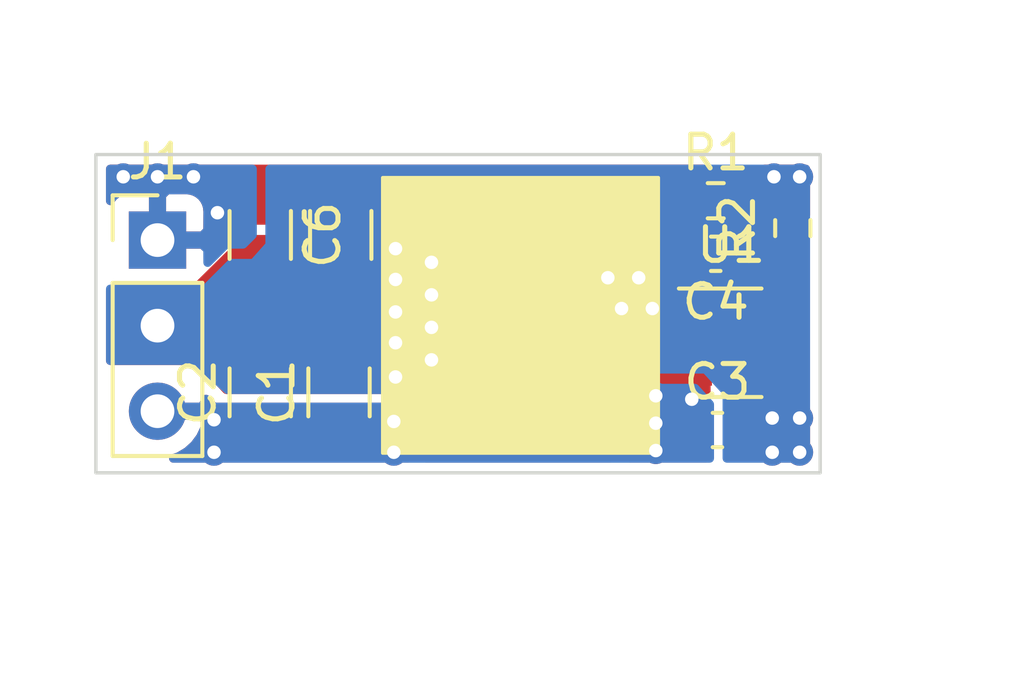
<source format=kicad_pcb>
(kicad_pcb (version 20171130) (host pcbnew "(5.1.8-0-10_14)")

  (general
    (thickness 1.6)
    (drawings 3)
    (tracks 49)
    (zones 0)
    (modules 11)
    (nets 7)
  )

  (page A4)
  (layers
    (0 F.Cu signal)
    (31 B.Cu signal)
    (32 B.Adhes user)
    (33 F.Adhes user)
    (34 B.Paste user)
    (35 F.Paste user)
    (36 B.SilkS user)
    (37 F.SilkS user)
    (38 B.Mask user)
    (39 F.Mask user)
    (40 Dwgs.User user)
    (41 Cmts.User user)
    (42 Eco1.User user)
    (43 Eco2.User user)
    (44 Edge.Cuts user)
    (45 Margin user)
    (46 B.CrtYd user)
    (47 F.CrtYd user)
    (48 B.Fab user)
    (49 F.Fab user)
  )

  (setup
    (last_trace_width 0.25)
    (user_trace_width 0.25)
    (user_trace_width 0.5)
    (trace_clearance 0.2)
    (zone_clearance 0.25)
    (zone_45_only no)
    (trace_min 0.2)
    (via_size 0.8)
    (via_drill 0.4)
    (via_min_size 0.4)
    (via_min_drill 0.3)
    (uvia_size 0.3)
    (uvia_drill 0.1)
    (uvias_allowed no)
    (uvia_min_size 0.2)
    (uvia_min_drill 0.1)
    (edge_width 0.05)
    (segment_width 0.2)
    (pcb_text_width 0.3)
    (pcb_text_size 1.5 1.5)
    (mod_edge_width 0.12)
    (mod_text_size 1 1)
    (mod_text_width 0.15)
    (pad_size 1.524 1.524)
    (pad_drill 0.762)
    (pad_to_mask_clearance 0)
    (aux_axis_origin 0 0)
    (visible_elements FFFFFF7F)
    (pcbplotparams
      (layerselection 0x010fc_ffffffff)
      (usegerberextensions false)
      (usegerberattributes true)
      (usegerberadvancedattributes true)
      (creategerberjobfile true)
      (excludeedgelayer true)
      (linewidth 0.100000)
      (plotframeref false)
      (viasonmask false)
      (mode 1)
      (useauxorigin false)
      (hpglpennumber 1)
      (hpglpenspeed 20)
      (hpglpendiameter 15.000000)
      (psnegative false)
      (psa4output false)
      (plotreference true)
      (plotvalue true)
      (plotinvisibletext false)
      (padsonsilk false)
      (subtractmaskfromsilk false)
      (outputformat 1)
      (mirror false)
      (drillshape 1)
      (scaleselection 1)
      (outputdirectory ""))
  )

  (net 0 "")
  (net 1 "Net-(C4-Pad2)")
  (net 2 "Net-(C4-Pad1)")
  (net 3 "Net-(R1-Pad2)")
  (net 4 GND)
  (net 5 +BATT)
  (net 6 +5V)

  (net_class Default "This is the default net class."
    (clearance 0.2)
    (trace_width 0.25)
    (via_dia 0.8)
    (via_drill 0.4)
    (uvia_dia 0.3)
    (uvia_drill 0.1)
    (add_net +5V)
    (add_net +BATT)
    (add_net GND)
    (add_net "Net-(C4-Pad1)")
    (add_net "Net-(C4-Pad2)")
    (add_net "Net-(R1-Pad2)")
  )

  (module Connector_PinHeader_2.54mm:PinHeader_1x03_P2.54mm_Vertical (layer F.Cu) (tedit 59FED5CC) (tstamp 5FE09A7A)
    (at 130.1496 78.5368)
    (descr "Through hole straight pin header, 1x03, 2.54mm pitch, single row")
    (tags "Through hole pin header THT 1x03 2.54mm single row")
    (path /5FE0C0AF)
    (fp_text reference J1 (at 0 -2.33) (layer F.SilkS)
      (effects (font (size 1 1) (thickness 0.15)))
    )
    (fp_text value Conn_01x02 (at 0 7.41) (layer F.Fab)
      (effects (font (size 1 1) (thickness 0.15)))
    )
    (fp_text user %R (at 0 2.54 90) (layer F.Fab)
      (effects (font (size 1 1) (thickness 0.15)))
    )
    (fp_line (start -0.635 -1.27) (end 1.27 -1.27) (layer F.Fab) (width 0.1))
    (fp_line (start 1.27 -1.27) (end 1.27 6.35) (layer F.Fab) (width 0.1))
    (fp_line (start 1.27 6.35) (end -1.27 6.35) (layer F.Fab) (width 0.1))
    (fp_line (start -1.27 6.35) (end -1.27 -0.635) (layer F.Fab) (width 0.1))
    (fp_line (start -1.27 -0.635) (end -0.635 -1.27) (layer F.Fab) (width 0.1))
    (fp_line (start -1.33 6.41) (end 1.33 6.41) (layer F.SilkS) (width 0.12))
    (fp_line (start -1.33 1.27) (end -1.33 6.41) (layer F.SilkS) (width 0.12))
    (fp_line (start 1.33 1.27) (end 1.33 6.41) (layer F.SilkS) (width 0.12))
    (fp_line (start -1.33 1.27) (end 1.33 1.27) (layer F.SilkS) (width 0.12))
    (fp_line (start -1.33 0) (end -1.33 -1.33) (layer F.SilkS) (width 0.12))
    (fp_line (start -1.33 -1.33) (end 0 -1.33) (layer F.SilkS) (width 0.12))
    (fp_line (start -1.8 -1.8) (end -1.8 6.85) (layer F.CrtYd) (width 0.05))
    (fp_line (start -1.8 6.85) (end 1.8 6.85) (layer F.CrtYd) (width 0.05))
    (fp_line (start 1.8 6.85) (end 1.8 -1.8) (layer F.CrtYd) (width 0.05))
    (fp_line (start 1.8 -1.8) (end -1.8 -1.8) (layer F.CrtYd) (width 0.05))
    (pad 3 thru_hole oval (at 0 5.08) (size 1.7 1.7) (drill 1) (layers *.Cu *.Mask)
      (net 5 +BATT))
    (pad 2 thru_hole oval (at 0 2.54) (size 1.7 1.7) (drill 1) (layers *.Cu *.Mask)
      (net 4 GND))
    (pad 1 thru_hole rect (at 0 0) (size 1.7 1.7) (drill 1) (layers *.Cu *.Mask)
      (net 6 +5V))
    (model ${KISYS3DMOD}/Connector_PinHeader_2.54mm.3dshapes/PinHeader_1x03_P2.54mm_Vertical.wrl
      (at (xyz 0 0 0))
      (scale (xyz 1 1 1))
      (rotate (xyz 0 0 0))
    )
  )

  (module Package_TO_SOT_SMD:SOT-23-6 (layer F.Cu) (tedit 5A02FF57) (tstamp 5FE0429F)
    (at 147.1676 81.5848)
    (descr "6-pin SOT-23 package")
    (tags SOT-23-6)
    (path /5FDFB5FA)
    (attr smd)
    (fp_text reference U1 (at 0 -2.9) (layer F.SilkS)
      (effects (font (size 1 1) (thickness 0.15)))
    )
    (fp_text value TPS565208 (at 0 2.9) (layer F.Fab)
      (effects (font (size 1 1) (thickness 0.15)))
    )
    (fp_line (start 0.9 -1.55) (end 0.9 1.55) (layer F.Fab) (width 0.1))
    (fp_line (start 0.9 1.55) (end -0.9 1.55) (layer F.Fab) (width 0.1))
    (fp_line (start -0.9 -0.9) (end -0.9 1.55) (layer F.Fab) (width 0.1))
    (fp_line (start 0.9 -1.55) (end -0.25 -1.55) (layer F.Fab) (width 0.1))
    (fp_line (start -0.9 -0.9) (end -0.25 -1.55) (layer F.Fab) (width 0.1))
    (fp_line (start -1.9 -1.8) (end -1.9 1.8) (layer F.CrtYd) (width 0.05))
    (fp_line (start -1.9 1.8) (end 1.9 1.8) (layer F.CrtYd) (width 0.05))
    (fp_line (start 1.9 1.8) (end 1.9 -1.8) (layer F.CrtYd) (width 0.05))
    (fp_line (start 1.9 -1.8) (end -1.9 -1.8) (layer F.CrtYd) (width 0.05))
    (fp_line (start 0.9 -1.61) (end -1.55 -1.61) (layer F.SilkS) (width 0.12))
    (fp_line (start -0.9 1.61) (end 0.9 1.61) (layer F.SilkS) (width 0.12))
    (fp_text user %R (at 0 0 180) (layer F.Fab)
      (effects (font (size 0.5 0.5) (thickness 0.075)))
    )
    (pad 5 smd rect (at 1.1 0) (size 1.06 0.65) (layers F.Cu F.Paste F.Mask)
      (net 5 +BATT))
    (pad 6 smd rect (at 1.1 -0.95) (size 1.06 0.65) (layers F.Cu F.Paste F.Mask)
      (net 2 "Net-(C4-Pad1)"))
    (pad 4 smd rect (at 1.1 0.95) (size 1.06 0.65) (layers F.Cu F.Paste F.Mask)
      (net 3 "Net-(R1-Pad2)"))
    (pad 3 smd rect (at -1.1 0.95) (size 1.06 0.65) (layers F.Cu F.Paste F.Mask)
      (net 5 +BATT))
    (pad 2 smd rect (at -1.1 0) (size 1.06 0.65) (layers F.Cu F.Paste F.Mask)
      (net 1 "Net-(C4-Pad2)"))
    (pad 1 smd rect (at -1.1 -0.95) (size 1.06 0.65) (layers F.Cu F.Paste F.Mask)
      (net 4 GND))
    (model ${KISYS3DMOD}/Package_TO_SOT_SMD.3dshapes/SOT-23-6.wrl
      (at (xyz 0 0 0))
      (scale (xyz 1 1 1))
      (rotate (xyz 0 0 0))
    )
  )

  (module Resistor_SMD:R_0603_1608Metric (layer F.Cu) (tedit 5F68FEEE) (tstamp 5FE0982D)
    (at 148.9964 78.1812 90)
    (descr "Resistor SMD 0603 (1608 Metric), square (rectangular) end terminal, IPC_7351 nominal, (Body size source: IPC-SM-782 page 72, https://www.pcb-3d.com/wordpress/wp-content/uploads/ipc-sm-782a_amendment_1_and_2.pdf), generated with kicad-footprint-generator")
    (tags resistor)
    (path /5FE100F4)
    (attr smd)
    (fp_text reference R2 (at 0 -1.651 90) (layer F.SilkS)
      (effects (font (size 1 1) (thickness 0.15)))
    )
    (fp_text value 10kOhm (at 0 1.43 90) (layer F.Fab)
      (effects (font (size 1 1) (thickness 0.15)))
    )
    (fp_line (start 1.48 0.73) (end -1.48 0.73) (layer F.CrtYd) (width 0.05))
    (fp_line (start 1.48 -0.73) (end 1.48 0.73) (layer F.CrtYd) (width 0.05))
    (fp_line (start -1.48 -0.73) (end 1.48 -0.73) (layer F.CrtYd) (width 0.05))
    (fp_line (start -1.48 0.73) (end -1.48 -0.73) (layer F.CrtYd) (width 0.05))
    (fp_line (start -0.237258 0.5225) (end 0.237258 0.5225) (layer F.SilkS) (width 0.12))
    (fp_line (start -0.237258 -0.5225) (end 0.237258 -0.5225) (layer F.SilkS) (width 0.12))
    (fp_line (start 0.8 0.4125) (end -0.8 0.4125) (layer F.Fab) (width 0.1))
    (fp_line (start 0.8 -0.4125) (end 0.8 0.4125) (layer F.Fab) (width 0.1))
    (fp_line (start -0.8 -0.4125) (end 0.8 -0.4125) (layer F.Fab) (width 0.1))
    (fp_line (start -0.8 0.4125) (end -0.8 -0.4125) (layer F.Fab) (width 0.1))
    (fp_text user %R (at 0 0 90) (layer F.Fab)
      (effects (font (size 0.4 0.4) (thickness 0.06)))
    )
    (pad 2 smd roundrect (at 0.825 0 90) (size 0.8 0.95) (layers F.Cu F.Paste F.Mask) (roundrect_rratio 0.25)
      (net 4 GND))
    (pad 1 smd roundrect (at -0.825 0 90) (size 0.8 0.95) (layers F.Cu F.Paste F.Mask) (roundrect_rratio 0.25)
      (net 3 "Net-(R1-Pad2)"))
    (model ${KISYS3DMOD}/Resistor_SMD.3dshapes/R_0603_1608Metric.wrl
      (at (xyz 0 0 0))
      (scale (xyz 1 1 1))
      (rotate (xyz 0 0 0))
    )
  )

  (module Resistor_SMD:R_0603_1608Metric (layer F.Cu) (tedit 5F68FEEE) (tstamp 5FE04278)
    (at 146.7104 77.3684)
    (descr "Resistor SMD 0603 (1608 Metric), square (rectangular) end terminal, IPC_7351 nominal, (Body size source: IPC-SM-782 page 72, https://www.pcb-3d.com/wordpress/wp-content/uploads/ipc-sm-782a_amendment_1_and_2.pdf), generated with kicad-footprint-generator")
    (tags resistor)
    (path /5FE10C6F)
    (attr smd)
    (fp_text reference R1 (at 0 -1.43) (layer F.SilkS)
      (effects (font (size 1 1) (thickness 0.15)))
    )
    (fp_text value 54.9kOhm (at 0 1.43) (layer F.Fab)
      (effects (font (size 1 1) (thickness 0.15)))
    )
    (fp_line (start 1.48 0.73) (end -1.48 0.73) (layer F.CrtYd) (width 0.05))
    (fp_line (start 1.48 -0.73) (end 1.48 0.73) (layer F.CrtYd) (width 0.05))
    (fp_line (start -1.48 -0.73) (end 1.48 -0.73) (layer F.CrtYd) (width 0.05))
    (fp_line (start -1.48 0.73) (end -1.48 -0.73) (layer F.CrtYd) (width 0.05))
    (fp_line (start -0.237258 0.5225) (end 0.237258 0.5225) (layer F.SilkS) (width 0.12))
    (fp_line (start -0.237258 -0.5225) (end 0.237258 -0.5225) (layer F.SilkS) (width 0.12))
    (fp_line (start 0.8 0.4125) (end -0.8 0.4125) (layer F.Fab) (width 0.1))
    (fp_line (start 0.8 -0.4125) (end 0.8 0.4125) (layer F.Fab) (width 0.1))
    (fp_line (start -0.8 -0.4125) (end 0.8 -0.4125) (layer F.Fab) (width 0.1))
    (fp_line (start -0.8 0.4125) (end -0.8 -0.4125) (layer F.Fab) (width 0.1))
    (fp_text user %R (at 0 0) (layer F.Fab)
      (effects (font (size 0.4 0.4) (thickness 0.06)))
    )
    (pad 2 smd roundrect (at 0.825 0) (size 0.8 0.95) (layers F.Cu F.Paste F.Mask) (roundrect_rratio 0.25)
      (net 3 "Net-(R1-Pad2)"))
    (pad 1 smd roundrect (at -0.825 0) (size 0.8 0.95) (layers F.Cu F.Paste F.Mask) (roundrect_rratio 0.25)
      (net 6 +5V))
    (model ${KISYS3DMOD}/Resistor_SMD.3dshapes/R_0603_1608Metric.wrl
      (at (xyz 0 0 0))
      (scale (xyz 1 1 1))
      (rotate (xyz 0 0 0))
    )
  )

  (module Inductor_SMD:L_Vishay_IHLP-3232 (layer F.Cu) (tedit 5FDFEC1B) (tstamp 5FE09612)
    (at 140.9192 80.772 90)
    (path /5FE064D3)
    (attr smd)
    (fp_text reference L1 (at 0 0.5 90) (layer F.SilkS)
      (effects (font (size 1 1) (thickness 0.15)))
    )
    (fp_text value "3.3uH, 17.7.mOhm, 9.2A" (at 0 -0.5 90) (layer F.Fab)
      (effects (font (size 1 1) (thickness 0.15)))
    )
    (fp_poly (pts (xy 4.0894 4.0894) (xy -4.0894 4.0894) (xy -4.0894 -4.0894) (xy 4.0894 -4.0894)) (layer F.SilkS) (width 0.1))
    (pad 2 smd rect (at 3.634 0 90) (size 1.372 5.08) (layers F.Cu F.Paste F.Mask)
      (net 6 +5V))
    (pad 1 smd rect (at -3.634 0 90) (size 1.372 5.08) (layers F.Cu F.Paste F.Mask)
      (net 1 "Net-(C4-Pad2)"))
  )

  (module Capacitor_SMD:C_1206_3216Metric (layer F.Cu) (tedit 5F68FEEE) (tstamp 5FE09E77)
    (at 133.1976 78.3844 270)
    (descr "Capacitor SMD 1206 (3216 Metric), square (rectangular) end terminal, IPC_7351 nominal, (Body size source: IPC-SM-782 page 76, https://www.pcb-3d.com/wordpress/wp-content/uploads/ipc-sm-782a_amendment_1_and_2.pdf), generated with kicad-footprint-generator")
    (tags capacitor)
    (path /5FDFF406)
    (attr smd)
    (fp_text reference C6 (at 0 -1.85 90) (layer F.SilkS)
      (effects (font (size 1 1) (thickness 0.15)))
    )
    (fp_text value 22uF (at 0 1.85 90) (layer F.Fab)
      (effects (font (size 1 1) (thickness 0.15)))
    )
    (fp_line (start 2.3 1.15) (end -2.3 1.15) (layer F.CrtYd) (width 0.05))
    (fp_line (start 2.3 -1.15) (end 2.3 1.15) (layer F.CrtYd) (width 0.05))
    (fp_line (start -2.3 -1.15) (end 2.3 -1.15) (layer F.CrtYd) (width 0.05))
    (fp_line (start -2.3 1.15) (end -2.3 -1.15) (layer F.CrtYd) (width 0.05))
    (fp_line (start -0.711252 0.91) (end 0.711252 0.91) (layer F.SilkS) (width 0.12))
    (fp_line (start -0.711252 -0.91) (end 0.711252 -0.91) (layer F.SilkS) (width 0.12))
    (fp_line (start 1.6 0.8) (end -1.6 0.8) (layer F.Fab) (width 0.1))
    (fp_line (start 1.6 -0.8) (end 1.6 0.8) (layer F.Fab) (width 0.1))
    (fp_line (start -1.6 -0.8) (end 1.6 -0.8) (layer F.Fab) (width 0.1))
    (fp_line (start -1.6 0.8) (end -1.6 -0.8) (layer F.Fab) (width 0.1))
    (fp_text user %R (at 0 0 90) (layer F.Fab)
      (effects (font (size 0.8 0.8) (thickness 0.12)))
    )
    (pad 2 smd roundrect (at 1.475 0 270) (size 1.15 1.8) (layers F.Cu F.Paste F.Mask) (roundrect_rratio 0.217391)
      (net 4 GND))
    (pad 1 smd roundrect (at -1.475 0 270) (size 1.15 1.8) (layers F.Cu F.Paste F.Mask) (roundrect_rratio 0.217391)
      (net 6 +5V))
    (model ${KISYS3DMOD}/Capacitor_SMD.3dshapes/C_1206_3216Metric.wrl
      (at (xyz 0 0 0))
      (scale (xyz 1 1 1))
      (rotate (xyz 0 0 0))
    )
  )

  (module Capacitor_SMD:C_1206_3216Metric (layer F.Cu) (tedit 5F68FEEE) (tstamp 5FE09EF9)
    (at 135.5852 78.3844 270)
    (descr "Capacitor SMD 1206 (3216 Metric), square (rectangular) end terminal, IPC_7351 nominal, (Body size source: IPC-SM-782 page 76, https://www.pcb-3d.com/wordpress/wp-content/uploads/ipc-sm-782a_amendment_1_and_2.pdf), generated with kicad-footprint-generator")
    (tags capacitor)
    (path /5FE00823)
    (attr smd)
    (fp_text reference C5 (at 0 -1.85 90) (layer F.SilkS)
      (effects (font (size 1 1) (thickness 0.15)))
    )
    (fp_text value 22uF (at 0 1.85 90) (layer F.Fab)
      (effects (font (size 1 1) (thickness 0.15)))
    )
    (fp_line (start 2.3 1.15) (end -2.3 1.15) (layer F.CrtYd) (width 0.05))
    (fp_line (start 2.3 -1.15) (end 2.3 1.15) (layer F.CrtYd) (width 0.05))
    (fp_line (start -2.3 -1.15) (end 2.3 -1.15) (layer F.CrtYd) (width 0.05))
    (fp_line (start -2.3 1.15) (end -2.3 -1.15) (layer F.CrtYd) (width 0.05))
    (fp_line (start -0.711252 0.91) (end 0.711252 0.91) (layer F.SilkS) (width 0.12))
    (fp_line (start -0.711252 -0.91) (end 0.711252 -0.91) (layer F.SilkS) (width 0.12))
    (fp_line (start 1.6 0.8) (end -1.6 0.8) (layer F.Fab) (width 0.1))
    (fp_line (start 1.6 -0.8) (end 1.6 0.8) (layer F.Fab) (width 0.1))
    (fp_line (start -1.6 -0.8) (end 1.6 -0.8) (layer F.Fab) (width 0.1))
    (fp_line (start -1.6 0.8) (end -1.6 -0.8) (layer F.Fab) (width 0.1))
    (fp_text user %R (at 0 0 90) (layer F.Fab)
      (effects (font (size 0.8 0.8) (thickness 0.12)))
    )
    (pad 2 smd roundrect (at 1.475 0 270) (size 1.15 1.8) (layers F.Cu F.Paste F.Mask) (roundrect_rratio 0.217391)
      (net 4 GND))
    (pad 1 smd roundrect (at -1.475 0 270) (size 1.15 1.8) (layers F.Cu F.Paste F.Mask) (roundrect_rratio 0.217391)
      (net 6 +5V))
    (model ${KISYS3DMOD}/Capacitor_SMD.3dshapes/C_1206_3216Metric.wrl
      (at (xyz 0 0 0))
      (scale (xyz 1 1 1))
      (rotate (xyz 0 0 0))
    )
  )

  (module Capacitor_SMD:C_0603_1608Metric (layer F.Cu) (tedit 5F68FEEE) (tstamp 5FE3448E)
    (at 146.7104 78.9432 180)
    (descr "Capacitor SMD 0603 (1608 Metric), square (rectangular) end terminal, IPC_7351 nominal, (Body size source: IPC-SM-782 page 76, https://www.pcb-3d.com/wordpress/wp-content/uploads/ipc-sm-782a_amendment_1_and_2.pdf), generated with kicad-footprint-generator")
    (tags capacitor)
    (path /5FE01292)
    (attr smd)
    (fp_text reference C4 (at 0 -1.43) (layer F.SilkS)
      (effects (font (size 1 1) (thickness 0.15)))
    )
    (fp_text value 100nF (at 0 1.4224) (layer F.Fab)
      (effects (font (size 1 1) (thickness 0.15)))
    )
    (fp_line (start 1.48 0.73) (end -1.48 0.73) (layer F.CrtYd) (width 0.05))
    (fp_line (start 1.48 -0.73) (end 1.48 0.73) (layer F.CrtYd) (width 0.05))
    (fp_line (start -1.48 -0.73) (end 1.48 -0.73) (layer F.CrtYd) (width 0.05))
    (fp_line (start -1.48 0.73) (end -1.48 -0.73) (layer F.CrtYd) (width 0.05))
    (fp_line (start -0.14058 0.51) (end 0.14058 0.51) (layer F.SilkS) (width 0.12))
    (fp_line (start -0.14058 -0.51) (end 0.14058 -0.51) (layer F.SilkS) (width 0.12))
    (fp_line (start 0.8 0.4) (end -0.8 0.4) (layer F.Fab) (width 0.1))
    (fp_line (start 0.8 -0.4) (end 0.8 0.4) (layer F.Fab) (width 0.1))
    (fp_line (start -0.8 -0.4) (end 0.8 -0.4) (layer F.Fab) (width 0.1))
    (fp_line (start -0.8 0.4) (end -0.8 -0.4) (layer F.Fab) (width 0.1))
    (fp_text user %R (at 0 0) (layer F.Fab)
      (effects (font (size 0.4 0.4) (thickness 0.06)))
    )
    (pad 2 smd roundrect (at 0.775 0 180) (size 0.9 0.95) (layers F.Cu F.Paste F.Mask) (roundrect_rratio 0.25)
      (net 1 "Net-(C4-Pad2)"))
    (pad 1 smd roundrect (at -0.775 0 180) (size 0.9 0.95) (layers F.Cu F.Paste F.Mask) (roundrect_rratio 0.25)
      (net 2 "Net-(C4-Pad1)"))
    (model ${KISYS3DMOD}/Capacitor_SMD.3dshapes/C_0603_1608Metric.wrl
      (at (xyz 0 0 0))
      (scale (xyz 1 1 1))
      (rotate (xyz 0 0 0))
    )
  )

  (module Capacitor_SMD:C_0603_1608Metric (layer F.Cu) (tedit 5F68FEEE) (tstamp 5FE04702)
    (at 146.7612 84.1756)
    (descr "Capacitor SMD 0603 (1608 Metric), square (rectangular) end terminal, IPC_7351 nominal, (Body size source: IPC-SM-782 page 76, https://www.pcb-3d.com/wordpress/wp-content/uploads/ipc-sm-782a_amendment_1_and_2.pdf), generated with kicad-footprint-generator")
    (tags capacitor)
    (path /5FDFEC02)
    (attr smd)
    (fp_text reference C3 (at 0 -1.43) (layer F.SilkS)
      (effects (font (size 1 1) (thickness 0.15)))
    )
    (fp_text value 100nF (at 0 1.43) (layer F.Fab)
      (effects (font (size 1 1) (thickness 0.15)))
    )
    (fp_line (start 1.48 0.73) (end -1.48 0.73) (layer F.CrtYd) (width 0.05))
    (fp_line (start 1.48 -0.73) (end 1.48 0.73) (layer F.CrtYd) (width 0.05))
    (fp_line (start -1.48 -0.73) (end 1.48 -0.73) (layer F.CrtYd) (width 0.05))
    (fp_line (start -1.48 0.73) (end -1.48 -0.73) (layer F.CrtYd) (width 0.05))
    (fp_line (start -0.14058 0.51) (end 0.14058 0.51) (layer F.SilkS) (width 0.12))
    (fp_line (start -0.14058 -0.51) (end 0.14058 -0.51) (layer F.SilkS) (width 0.12))
    (fp_line (start 0.8 0.4) (end -0.8 0.4) (layer F.Fab) (width 0.1))
    (fp_line (start 0.8 -0.4) (end 0.8 0.4) (layer F.Fab) (width 0.1))
    (fp_line (start -0.8 -0.4) (end 0.8 -0.4) (layer F.Fab) (width 0.1))
    (fp_line (start -0.8 0.4) (end -0.8 -0.4) (layer F.Fab) (width 0.1))
    (fp_text user %R (at 0 0) (layer F.Fab)
      (effects (font (size 0.4 0.4) (thickness 0.06)))
    )
    (pad 2 smd roundrect (at 0.775 0) (size 0.9 0.95) (layers F.Cu F.Paste F.Mask) (roundrect_rratio 0.25)
      (net 4 GND))
    (pad 1 smd roundrect (at -0.775 0) (size 0.9 0.95) (layers F.Cu F.Paste F.Mask) (roundrect_rratio 0.25)
      (net 5 +BATT))
    (model ${KISYS3DMOD}/Capacitor_SMD.3dshapes/C_0603_1608Metric.wrl
      (at (xyz 0 0 0))
      (scale (xyz 1 1 1))
      (rotate (xyz 0 0 0))
    )
  )

  (module Capacitor_SMD:C_1206_3216Metric (layer F.Cu) (tedit 5F68FEEE) (tstamp 5FE3429F)
    (at 133.1976 83.058 90)
    (descr "Capacitor SMD 1206 (3216 Metric), square (rectangular) end terminal, IPC_7351 nominal, (Body size source: IPC-SM-782 page 76, https://www.pcb-3d.com/wordpress/wp-content/uploads/ipc-sm-782a_amendment_1_and_2.pdf), generated with kicad-footprint-generator")
    (tags capacitor)
    (path /5FDFE597)
    (attr smd)
    (fp_text reference C2 (at 0 -1.85 90) (layer F.SilkS)
      (effects (font (size 1 1) (thickness 0.15)))
    )
    (fp_text value 10uF (at 0 1.85 90) (layer F.Fab)
      (effects (font (size 1 1) (thickness 0.15)))
    )
    (fp_line (start 2.3 1.15) (end -2.3 1.15) (layer F.CrtYd) (width 0.05))
    (fp_line (start 2.3 -1.15) (end 2.3 1.15) (layer F.CrtYd) (width 0.05))
    (fp_line (start -2.3 -1.15) (end 2.3 -1.15) (layer F.CrtYd) (width 0.05))
    (fp_line (start -2.3 1.15) (end -2.3 -1.15) (layer F.CrtYd) (width 0.05))
    (fp_line (start -0.711252 0.91) (end 0.711252 0.91) (layer F.SilkS) (width 0.12))
    (fp_line (start -0.711252 -0.91) (end 0.711252 -0.91) (layer F.SilkS) (width 0.12))
    (fp_line (start 1.6 0.8) (end -1.6 0.8) (layer F.Fab) (width 0.1))
    (fp_line (start 1.6 -0.8) (end 1.6 0.8) (layer F.Fab) (width 0.1))
    (fp_line (start -1.6 -0.8) (end 1.6 -0.8) (layer F.Fab) (width 0.1))
    (fp_line (start -1.6 0.8) (end -1.6 -0.8) (layer F.Fab) (width 0.1))
    (fp_text user %R (at 0 0 90) (layer F.Fab)
      (effects (font (size 0.8 0.8) (thickness 0.12)))
    )
    (pad 2 smd roundrect (at 1.475 0 90) (size 1.15 1.8) (layers F.Cu F.Paste F.Mask) (roundrect_rratio 0.217391)
      (net 4 GND))
    (pad 1 smd roundrect (at -1.475 0 90) (size 1.15 1.8) (layers F.Cu F.Paste F.Mask) (roundrect_rratio 0.217391)
      (net 5 +BATT))
    (model ${KISYS3DMOD}/Capacitor_SMD.3dshapes/C_1206_3216Metric.wrl
      (at (xyz 0 0 0))
      (scale (xyz 1 1 1))
      (rotate (xyz 0 0 0))
    )
  )

  (module Capacitor_SMD:C_1206_3216Metric (layer F.Cu) (tedit 5F68FEEE) (tstamp 5FE09A05)
    (at 135.5344 83.058 90)
    (descr "Capacitor SMD 1206 (3216 Metric), square (rectangular) end terminal, IPC_7351 nominal, (Body size source: IPC-SM-782 page 76, https://www.pcb-3d.com/wordpress/wp-content/uploads/ipc-sm-782a_amendment_1_and_2.pdf), generated with kicad-footprint-generator")
    (tags capacitor)
    (path /5FDFCF37)
    (attr smd)
    (fp_text reference C1 (at 0 -1.85 90) (layer F.SilkS)
      (effects (font (size 1 1) (thickness 0.15)))
    )
    (fp_text value 10uF (at 0 1.85 90) (layer F.Fab)
      (effects (font (size 1 1) (thickness 0.15)))
    )
    (fp_line (start 2.3 1.15) (end -2.3 1.15) (layer F.CrtYd) (width 0.05))
    (fp_line (start 2.3 -1.15) (end 2.3 1.15) (layer F.CrtYd) (width 0.05))
    (fp_line (start -2.3 -1.15) (end 2.3 -1.15) (layer F.CrtYd) (width 0.05))
    (fp_line (start -2.3 1.15) (end -2.3 -1.15) (layer F.CrtYd) (width 0.05))
    (fp_line (start -0.711252 0.91) (end 0.711252 0.91) (layer F.SilkS) (width 0.12))
    (fp_line (start -0.711252 -0.91) (end 0.711252 -0.91) (layer F.SilkS) (width 0.12))
    (fp_line (start 1.6 0.8) (end -1.6 0.8) (layer F.Fab) (width 0.1))
    (fp_line (start 1.6 -0.8) (end 1.6 0.8) (layer F.Fab) (width 0.1))
    (fp_line (start -1.6 -0.8) (end 1.6 -0.8) (layer F.Fab) (width 0.1))
    (fp_line (start -1.6 0.8) (end -1.6 -0.8) (layer F.Fab) (width 0.1))
    (fp_text user %R (at 0 0 90) (layer F.Fab)
      (effects (font (size 0.8 0.8) (thickness 0.12)))
    )
    (pad 2 smd roundrect (at 1.475 0 90) (size 1.15 1.8) (layers F.Cu F.Paste F.Mask) (roundrect_rratio 0.217391)
      (net 4 GND))
    (pad 1 smd roundrect (at -1.475 0 90) (size 1.15 1.8) (layers F.Cu F.Paste F.Mask) (roundrect_rratio 0.217391)
      (net 5 +BATT))
    (model ${KISYS3DMOD}/Capacitor_SMD.3dshapes/C_1206_3216Metric.wrl
      (at (xyz 0 0 0))
      (scale (xyz 1 1 1))
      (rotate (xyz 0 0 0))
    )
  )

  (gr_poly (pts (xy 149.8092 85.4456) (xy 128.3208 85.4456) (xy 128.3208 75.9968) (xy 149.8092 75.9968)) (layer Edge.Cuts) (width 0.1))
  (dimension 9.4488 (width 0.15) (layer Dwgs.User)
    (gr_text "9.449 mm" (at 154.5128 80.7212 90) (layer Dwgs.User)
      (effects (font (size 1 1) (thickness 0.15)))
    )
    (feature1 (pts (xy 149.8092 75.9968) (xy 153.799221 75.9968)))
    (feature2 (pts (xy 149.8092 85.4456) (xy 153.799221 85.4456)))
    (crossbar (pts (xy 153.2128 85.4456) (xy 153.2128 75.9968)))
    (arrow1a (pts (xy 153.2128 75.9968) (xy 153.799221 77.123304)))
    (arrow1b (pts (xy 153.2128 75.9968) (xy 152.626379 77.123304)))
    (arrow2a (pts (xy 153.2128 85.4456) (xy 153.799221 84.319096)))
    (arrow2b (pts (xy 153.2128 85.4456) (xy 152.626379 84.319096)))
  )
  (dimension 21.4884 (width 0.15) (layer Dwgs.User)
    (gr_text "21.488 mm" (at 139.065 92.2908) (layer Dwgs.User)
      (effects (font (size 1 1) (thickness 0.15)))
    )
    (feature1 (pts (xy 149.8092 85.4456) (xy 149.8092 91.577221)))
    (feature2 (pts (xy 128.3208 85.4456) (xy 128.3208 91.577221)))
    (crossbar (pts (xy 128.3208 90.9908) (xy 149.8092 90.9908)))
    (arrow1a (pts (xy 149.8092 90.9908) (xy 148.682696 91.577221)))
    (arrow1b (pts (xy 149.8092 90.9908) (xy 148.682696 90.404379)))
    (arrow2a (pts (xy 128.3208 90.9908) (xy 129.447304 91.577221)))
    (arrow2b (pts (xy 128.3208 90.9908) (xy 129.447304 90.404379)))
  )

  (segment (start 147.066 81.1784) (end 146.6596 81.5848) (width 0.25) (layer F.Cu) (net 1))
  (segment (start 146.71039 79.55279) (end 147.066 79.9084) (width 0.25) (layer F.Cu) (net 1))
  (segment (start 146.71039 79.19719) (end 146.71039 79.55279) (width 0.25) (layer F.Cu) (net 1))
  (segment (start 146.6596 81.5848) (end 146.0676 81.5848) (width 0.25) (layer F.Cu) (net 1))
  (segment (start 147.066 79.9084) (end 147.066 81.1784) (width 0.25) (layer F.Cu) (net 1))
  (segment (start 146.4564 78.9432) (end 146.71039 79.19719) (width 0.25) (layer F.Cu) (net 1))
  (segment (start 145.9354 78.9432) (end 146.4564 78.9432) (width 0.25) (layer F.Cu) (net 1))
  (segment (start 148.2676 79.7254) (end 148.2676 80.6348) (width 0.25) (layer F.Cu) (net 2))
  (segment (start 147.4854 78.9432) (end 148.2676 79.7254) (width 0.25) (layer F.Cu) (net 2))
  (segment (start 147.5354 77.5452) (end 148.9964 79.0062) (width 0.25) (layer F.Cu) (net 3))
  (segment (start 147.5354 77.3684) (end 147.5354 77.5452) (width 0.25) (layer F.Cu) (net 3))
  (segment (start 149.0476 82.5348) (end 148.2676 82.5348) (width 0.25) (layer F.Cu) (net 3))
  (segment (start 149.122601 82.459799) (end 149.0476 82.5348) (width 0.25) (layer F.Cu) (net 3))
  (segment (start 149.122601 79.132401) (end 149.122601 82.459799) (width 0.25) (layer F.Cu) (net 3))
  (segment (start 148.9964 79.0062) (end 149.122601 79.132401) (width 0.25) (layer F.Cu) (net 3))
  (via (at 148.4376 76.6572) (size 0.8) (drill 0.4) (layers F.Cu B.Cu) (net 4))
  (via (at 149.1996 84.836) (size 0.8) (drill 0.4) (layers F.Cu B.Cu) (net 4))
  (via (at 148.3868 83.82) (size 0.8) (drill 0.4) (layers F.Cu B.Cu) (net 4))
  (via (at 149.1996 83.82) (size 0.8) (drill 0.4) (layers F.Cu B.Cu) (net 4))
  (via (at 137.2108 82.6008) (size 0.8) (drill 0.4) (layers F.Cu B.Cu) (net 4))
  (via (at 137.2108 81.5848) (size 0.8) (drill 0.4) (layers F.Cu B.Cu) (net 4))
  (via (at 137.2108 80.6704) (size 0.8) (drill 0.4) (layers F.Cu B.Cu) (net 4))
  (via (at 137.2108 79.7052) (size 0.8) (drill 0.4) (layers F.Cu B.Cu) (net 4))
  (via (at 137.2108 78.7908) (size 0.8) (drill 0.4) (layers F.Cu B.Cu) (net 4))
  (via (at 138.2776 82.0928) (size 0.8) (drill 0.4) (layers F.Cu B.Cu) (net 4))
  (via (at 138.2776 81.1276) (size 0.8) (drill 0.4) (layers F.Cu B.Cu) (net 4))
  (via (at 138.2776 80.1624) (size 0.8) (drill 0.4) (layers F.Cu B.Cu) (net 4))
  (via (at 138.2776 79.1972) (size 0.8) (drill 0.4) (layers F.Cu B.Cu) (net 4))
  (via (at 144.8308 80.5688) (size 0.8) (drill 0.4) (layers F.Cu B.Cu) (net 4))
  (via (at 144.4244 79.6544) (size 0.8) (drill 0.4) (layers F.Cu B.Cu) (net 4))
  (via (at 143.9164 80.5688) (size 0.8) (drill 0.4) (layers F.Cu B.Cu) (net 4))
  (via (at 143.51 79.6544) (size 0.8) (drill 0.4) (layers F.Cu B.Cu) (net 4))
  (via (at 148.3868 84.836) (size 0.8) (drill 0.4) (layers F.Cu B.Cu) (net 4))
  (via (at 149.1996 76.6572) (size 0.8) (drill 0.4) (layers F.Cu B.Cu) (net 4))
  (segment (start 146.5376 82.5348) (end 146.0676 82.5348) (width 0.25) (layer F.Cu) (net 5))
  (segment (start 147.4876 81.5848) (end 146.5376 82.5348) (width 0.25) (layer F.Cu) (net 5))
  (segment (start 148.2676 81.5848) (end 147.4876 81.5848) (width 0.25) (layer F.Cu) (net 5))
  (via (at 144.9324 84.7852) (size 0.8) (drill 0.4) (layers F.Cu B.Cu) (net 5))
  (via (at 144.9324 83.9724) (size 0.8) (drill 0.4) (layers F.Cu B.Cu) (net 5))
  (via (at 144.9324 83.1596) (size 0.8) (drill 0.4) (layers F.Cu B.Cu) (net 5))
  (via (at 137.16 84.836) (size 0.8) (drill 0.4) (layers F.Cu B.Cu) (net 5))
  (via (at 137.16 83.9216) (size 0.8) (drill 0.4) (layers F.Cu B.Cu) (net 5))
  (via (at 131.826 84.836) (size 0.8) (drill 0.4) (layers F.Cu B.Cu) (net 5))
  (via (at 145.9992 83.2612) (size 0.8) (drill 0.4) (layers F.Cu B.Cu) (net 5))
  (via (at 131.826 83.8708) (size 0.8) (drill 0.4) (layers F.Cu B.Cu) (net 5))
  (via (at 131.9276 77.724) (size 0.8) (drill 0.4) (layers F.Cu B.Cu) (net 6))
  (via (at 131.2164 76.6572) (size 0.8) (drill 0.4) (layers F.Cu B.Cu) (net 6) (tstamp 5FE35781))
  (via (at 130.1496 76.6572) (size 0.8) (drill 0.4) (layers F.Cu B.Cu) (net 6) (tstamp 5FE35787))
  (via (at 129.1336 76.6572) (size 0.8) (drill 0.4) (layers F.Cu B.Cu) (net 6) (tstamp 5FE35784))

  (zone (net 5) (net_name +BATT) (layer B.Cu) (tstamp 0) (hatch edge 0.508)
    (connect_pads (clearance 0.25))
    (min_thickness 0.254)
    (fill yes (arc_segments 32) (thermal_gap 0.508) (thermal_bridge_width 0.508))
    (polygon
      (pts
        (xy 146.6596 85.3948) (xy 128.3716 85.3948) (xy 128.3716 82.55) (xy 131.064 82.55) (xy 131.8768 83.3628)
        (xy 144.1704 83.3628) (xy 144.7292 82.804) (xy 146.1516 82.804) (xy 146.6596 83.3628)
      )
    )
    (filled_polygon
      (pts
        (xy 146.5326 83.411898) (xy 146.5326 85.0186) (xy 130.618354 85.0186) (xy 130.780852 84.960957) (xy 131.030955 84.811978)
        (xy 131.247188 84.617069) (xy 131.421241 84.38372) (xy 131.546425 84.120899) (xy 131.591076 83.97369) (xy 131.469755 83.7438)
        (xy 130.2766 83.7438) (xy 130.2766 83.7638) (xy 130.0226 83.7638) (xy 130.0226 83.7438) (xy 130.0026 83.7438)
        (xy 130.0026 83.4898) (xy 130.0226 83.4898) (xy 130.0226 83.4698) (xy 130.2766 83.4698) (xy 130.2766 83.4898)
        (xy 131.469755 83.4898) (xy 131.591076 83.25991) (xy 131.589671 83.255277) (xy 131.786997 83.452603) (xy 131.806243 83.468397)
        (xy 131.828199 83.480133) (xy 131.852024 83.48736) (xy 131.8768 83.4898) (xy 144.1704 83.4898) (xy 144.195176 83.48736)
        (xy 144.219001 83.480133) (xy 144.240957 83.468397) (xy 144.260203 83.452603) (xy 144.781806 82.931) (xy 146.09542 82.931)
      )
    )
  )
  (zone (net 5) (net_name +BATT) (layer F.Cu) (tstamp 0) (hatch edge 0.508)
    (connect_pads thru_hole_only (clearance 0.25))
    (min_thickness 0.254)
    (fill yes (arc_segments 32) (thermal_gap 0.508) (thermal_bridge_width 0.508))
    (polygon
      (pts
        (xy 146.558 85.3948) (xy 144.018 85.3948) (xy 144.018 83.4644) (xy 145.1864 82.2452) (xy 146.558 82.2452)
      )
    )
    (filled_polygon
      (pts
        (xy 146.431 85.0186) (xy 144.145 85.0186) (xy 144.145 83.51543) (xy 145.240595 82.3722) (xy 146.431 82.3722)
      )
    )
  )
  (zone (net 1) (net_name "Net-(C4-Pad2)") (layer F.Cu) (tstamp 0) (hatch edge 0.508)
    (connect_pads thru_hole_only (clearance 0.25))
    (min_thickness 0.254)
    (fill yes (arc_segments 32) (thermal_gap 0.508) (thermal_bridge_width 0.508) (smoothing chamfer))
    (polygon
      (pts
        (xy 146.7104 81.9912) (xy 145.034 81.9912) (xy 143.7386 83.3374) (xy 143.7132 85.3948) (xy 137.9728 85.3948)
        (xy 137.9728 83.7184) (xy 140.5636 81.2292) (xy 146.7104 81.2292)
      )
    )
    (filled_polygon
      (pts
        (xy 146.5834 81.779066) (xy 146.53149 81.830976) (xy 145.5376 81.830976) (xy 145.463695 81.838255) (xy 145.39263 81.859812)
        (xy 145.384421 81.8642) (xy 145.034 81.8642) (xy 145.009224 81.86664) (xy 144.985399 81.873867) (xy 144.963443 81.885603)
        (xy 144.942487 81.903141) (xy 143.647087 83.249341) (xy 143.631666 83.268886) (xy 143.620355 83.291064) (xy 143.613587 83.315023)
        (xy 143.61161 83.335832) (xy 143.590835 85.0186) (xy 138.0998 85.0186) (xy 138.0998 83.772499) (xy 140.614723 81.3562)
        (xy 146.5834 81.3562)
      )
    )
  )
  (zone (net 6) (net_name +5V) (layer F.Cu) (tstamp 0) (hatch edge 0.508)
    (connect_pads thru_hole_only (clearance 0.25))
    (min_thickness 0.254)
    (fill yes (arc_segments 32) (thermal_gap 0.508) (thermal_bridge_width 0.508))
    (polygon
      (pts
        (xy 146.4564 78.0796) (xy 132.3848 78.0796) (xy 130.8608 79.6036) (xy 128.3716 79.6036) (xy 128.3716 76.0476)
        (xy 146.4564 76.0476)
      )
    )
    (filled_polygon
      (pts
        (xy 146.3294 77.9526) (xy 132.3848 77.9526) (xy 132.360024 77.95504) (xy 132.336199 77.962267) (xy 132.314243 77.974003)
        (xy 132.294997 77.989797) (xy 131.548422 78.736372) (xy 131.47585 78.6638) (xy 130.2766 78.6638) (xy 130.2766 78.6838)
        (xy 130.0226 78.6838) (xy 130.0226 78.6638) (xy 130.0026 78.6638) (xy 130.0026 78.4098) (xy 130.0226 78.4098)
        (xy 130.0226 77.21055) (xy 130.2766 77.21055) (xy 130.2766 78.4098) (xy 131.47585 78.4098) (xy 131.6346 78.25105)
        (xy 131.637672 77.6868) (xy 131.625412 77.562318) (xy 131.589102 77.44262) (xy 131.530137 77.332306) (xy 131.450785 77.235615)
        (xy 131.354094 77.156263) (xy 131.24378 77.097298) (xy 131.124082 77.060988) (xy 130.9996 77.048728) (xy 130.43535 77.0518)
        (xy 130.2766 77.21055) (xy 130.0226 77.21055) (xy 129.86385 77.0518) (xy 129.2996 77.048728) (xy 129.175118 77.060988)
        (xy 129.05542 77.097298) (xy 128.945106 77.156263) (xy 128.848415 77.235615) (xy 128.769063 77.332306) (xy 128.7478 77.372086)
        (xy 128.7478 76.4238) (xy 146.3294 76.4238)
      )
    )
  )
  (zone (net 5) (net_name +BATT) (layer F.Cu) (tstamp 0) (hatch edge 0.508)
    (connect_pads thru_hole_only (clearance 0.25))
    (min_thickness 0.254)
    (fill yes (arc_segments 32) (thermal_gap 0.508) (thermal_bridge_width 0.508))
    (polygon
      (pts
        (xy 131.8768 83.3628) (xy 137.7188 83.3628) (xy 137.7188 85.3948) (xy 128.3716 85.3948) (xy 128.3716 82.55)
        (xy 131.064 82.55)
      )
    )
    (filled_polygon
      (pts
        (xy 131.786997 83.452603) (xy 131.806243 83.468397) (xy 131.828199 83.480133) (xy 131.852024 83.48736) (xy 131.8768 83.4898)
        (xy 137.5918 83.4898) (xy 137.5918 85.0186) (xy 130.618354 85.0186) (xy 130.780852 84.960957) (xy 131.030955 84.811978)
        (xy 131.247188 84.617069) (xy 131.421241 84.38372) (xy 131.546425 84.120899) (xy 131.591076 83.97369) (xy 131.469755 83.7438)
        (xy 130.2766 83.7438) (xy 130.2766 83.7638) (xy 130.0226 83.7638) (xy 130.0226 83.7438) (xy 130.0026 83.7438)
        (xy 130.0026 83.4898) (xy 130.0226 83.4898) (xy 130.0226 83.4698) (xy 130.2766 83.4698) (xy 130.2766 83.4898)
        (xy 131.469755 83.4898) (xy 131.591076 83.25991) (xy 131.589671 83.255277)
      )
    )
  )
  (zone (net 4) (net_name GND) (layer F.Cu) (tstamp 0) (hatch edge 0.508)
    (connect_pads yes (clearance 0.25))
    (min_thickness 0.254)
    (fill yes (arc_segments 32) (thermal_gap 0.508) (thermal_bridge_width 0.508))
    (polygon
      (pts
        (xy 145.3896 79.9084) (xy 146.4564 79.9084) (xy 146.7104 80.1624) (xy 146.7104 80.9752) (xy 140.3731 80.9752)
        (xy 138.176 83.1088) (xy 132.140491 83.1088) (xy 131.328351 82.2452) (xy 128.308916 82.2452) (xy 128.332684 79.9084)
        (xy 131.154756 79.9084) (xy 132.700444 78.3844) (xy 143.91848 78.3844)
      )
    )
    (filled_polygon
      (pts
        (xy 145.298226 79.996603) (xy 145.31719 80.012735) (xy 145.338936 80.024856) (xy 145.362629 80.032503) (xy 145.3896 80.0354)
        (xy 146.403794 80.0354) (xy 146.564 80.195606) (xy 146.564001 80.8482) (xy 140.3731 80.8482) (xy 140.348324 80.85064)
        (xy 140.324499 80.857867) (xy 140.302543 80.869603) (xy 140.284624 80.88409) (xy 138.124482 82.9818) (xy 132.195395 82.9818)
        (xy 131.420868 82.158196) (xy 131.402116 82.141819) (xy 131.38053 82.129414) (xy 131.356939 82.121459) (xy 131.328351 82.1182)
        (xy 128.7478 82.1182) (xy 128.7478 80.0354) (xy 131.154756 80.0354) (xy 131.179532 80.03296) (xy 131.203357 80.025733)
        (xy 131.225313 80.013997) (xy 131.243922 79.998835) (xy 132.752525 78.5114) (xy 143.864557 78.5114)
      )
    )
  )
  (zone (net 4) (net_name GND) (layer B.Cu) (tstamp 0) (hatch edge 0.508)
    (connect_pads yes (clearance 0.25))
    (min_thickness 0.254)
    (fill yes (arc_segments 32) (thermal_gap 0.508) (thermal_bridge_width 0.508))
    (polygon
      (pts
        (xy 149.7076 85.3948) (xy 146.9136 85.3948) (xy 146.9136 83.1088) (xy 146.3548 82.4992) (xy 144.526 82.4992)
        (xy 143.8148 83.1088) (xy 132.1816 83.1088) (xy 131.2164 82.2452) (xy 128.3208 82.2452) (xy 128.3208 79.8576)
        (xy 131.5212 79.8576) (xy 132.2832 79.0956) (xy 132.9436 79.0956) (xy 133.35 78.6384) (xy 133.35 76.0476)
        (xy 149.7076 76.053648)
      )
    )
    (filled_polygon
      (pts
        (xy 149.382201 85.0186) (xy 147.0406 85.0186) (xy 147.0406 83.1088) (xy 147.03816 83.084024) (xy 147.030933 83.060199)
        (xy 147.019197 83.038243) (xy 147.007219 83.022983) (xy 146.448419 82.413383) (xy 146.429878 82.396768) (xy 146.408452 82.384089)
        (xy 146.384964 82.375834) (xy 146.3548 82.3722) (xy 144.526 82.3722) (xy 144.501224 82.37464) (xy 144.477399 82.381867)
        (xy 144.455443 82.393603) (xy 144.443349 82.402774) (xy 143.767819 82.9818) (xy 132.230123 82.9818) (xy 131.301083 82.150554)
        (xy 131.280991 82.135852) (xy 131.258418 82.125352) (xy 131.234229 82.119458) (xy 131.2164 82.1182) (xy 128.7478 82.1182)
        (xy 128.7478 79.9846) (xy 131.5212 79.9846) (xy 131.545976 79.98216) (xy 131.569801 79.974933) (xy 131.591757 79.963197)
        (xy 131.611003 79.947403) (xy 132.335806 79.2226) (xy 132.9436 79.2226) (xy 132.968376 79.22016) (xy 132.992201 79.212933)
        (xy 133.014157 79.201197) (xy 133.038521 79.179974) (xy 133.444921 78.722774) (xy 133.459558 78.702635) (xy 133.469984 78.680027)
        (xy 133.4758 78.655819) (xy 133.477 78.6384) (xy 133.477 76.4238) (xy 149.3822 76.4238)
      )
    )
  )
  (zone (net 4) (net_name GND) (layer F.Cu) (tstamp 0) (hatch edge 0.508)
    (connect_pads thru_hole_only (clearance 0.25))
    (min_thickness 0.254)
    (fill yes (arc_segments 32) (thermal_gap 0.508) (thermal_bridge_width 0.508))
    (polygon
      (pts
        (xy 149.7076 77.9272) (xy 148.59 77.9272) (xy 148.2852 77.6224) (xy 148.2852 76.8096) (xy 148.0312 76.5556)
        (xy 148.0312 76.0476) (xy 149.7076 76.0476)
      )
    )
    (filled_polygon
      (pts
        (xy 149.3822 77.8002) (xy 148.642606 77.8002) (xy 148.4122 77.569794) (xy 148.4122 76.8096) (xy 148.40976 76.784824)
        (xy 148.402533 76.760999) (xy 148.390797 76.739043) (xy 148.375003 76.719797) (xy 148.1582 76.502994) (xy 148.1582 76.4238)
        (xy 149.3822 76.4238)
      )
    )
  )
  (zone (net 4) (net_name GND) (layer F.Cu) (tstamp 0) (hatch edge 0.508)
    (connect_pads thru_hole_only (clearance 0.25))
    (min_thickness 0.254)
    (fill yes (arc_segments 32) (thermal_gap 0.508) (thermal_bridge_width 0.508))
    (polygon
      (pts
        (xy 149.7076 85.3948) (xy 148.6916 85.3948) (xy 148.2344 84.9376) (xy 146.9644 84.9376) (xy 146.9644 83.4136)
        (xy 149.7076 83.4136)
      )
    )
    (filled_polygon
      (pts
        (xy 149.382201 85.0186) (xy 148.495006 85.0186) (xy 148.324203 84.847797) (xy 148.304957 84.832003) (xy 148.283001 84.820267)
        (xy 148.259176 84.81304) (xy 148.2344 84.8106) (xy 147.0914 84.8106) (xy 147.0914 83.5406) (xy 149.382201 83.5406)
      )
    )
  )
  (zone (net 6) (net_name +5V) (layer B.Cu) (tstamp 0) (hatch edge 0.508)
    (connect_pads thru_hole_only (clearance 0.25))
    (min_thickness 0.254)
    (fill yes (arc_segments 32) (thermal_gap 0.508) (thermal_bridge_width 0.508))
    (polygon
      (pts
        (xy 133.096 78.4352) (xy 132.7404 78.7908) (xy 132.2324 78.7908) (xy 131.4196 79.6036) (xy 128.3716 79.6036)
        (xy 128.3716 76.0476) (xy 133.096 76.0476)
      )
    )
    (filled_polygon
      (pts
        (xy 132.969 78.382594) (xy 132.687794 78.6638) (xy 132.2324 78.6638) (xy 132.207624 78.66624) (xy 132.183799 78.673467)
        (xy 132.161843 78.685203) (xy 132.142597 78.700997) (xy 131.636693 79.206901) (xy 131.6346 78.82255) (xy 131.47585 78.6638)
        (xy 130.2766 78.6638) (xy 130.2766 78.6838) (xy 130.0226 78.6838) (xy 130.0226 78.6638) (xy 130.0026 78.6638)
        (xy 130.0026 78.4098) (xy 130.0226 78.4098) (xy 130.0226 77.21055) (xy 130.2766 77.21055) (xy 130.2766 78.4098)
        (xy 131.47585 78.4098) (xy 131.6346 78.25105) (xy 131.637672 77.6868) (xy 131.625412 77.562318) (xy 131.589102 77.44262)
        (xy 131.530137 77.332306) (xy 131.450785 77.235615) (xy 131.354094 77.156263) (xy 131.24378 77.097298) (xy 131.124082 77.060988)
        (xy 130.9996 77.048728) (xy 130.43535 77.0518) (xy 130.2766 77.21055) (xy 130.0226 77.21055) (xy 129.86385 77.0518)
        (xy 129.2996 77.048728) (xy 129.175118 77.060988) (xy 129.05542 77.097298) (xy 128.945106 77.156263) (xy 128.848415 77.235615)
        (xy 128.769063 77.332306) (xy 128.7478 77.372086) (xy 128.7478 76.4238) (xy 132.969 76.4238)
      )
    )
  )
)

</source>
